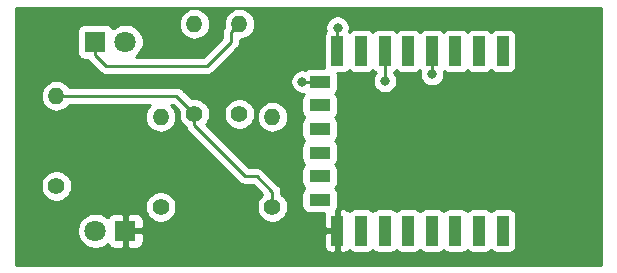
<source format=gbr>
G04 #@! TF.GenerationSoftware,KiCad,Pcbnew,5.1.4+dfsg1-1~bpo10+1*
G04 #@! TF.CreationDate,2022-08-06T21:23:58+05:30*
G04 #@! TF.ProjectId,esp2s,65737032-732e-46b6-9963-61645f706362,rev?*
G04 #@! TF.SameCoordinates,Original*
G04 #@! TF.FileFunction,Copper,L1,Top*
G04 #@! TF.FilePolarity,Positive*
%FSLAX46Y46*%
G04 Gerber Fmt 4.6, Leading zero omitted, Abs format (unit mm)*
G04 Created by KiCad (PCBNEW 5.1.4+dfsg1-1~bpo10+1) date 2022-08-06 21:23:58*
%MOMM*%
%LPD*%
G04 APERTURE LIST*
%ADD10R,1.000000X2.500000*%
%ADD11R,1.800000X1.000000*%
%ADD12O,1.400000X1.400000*%
%ADD13C,1.400000*%
%ADD14C,1.800000*%
%ADD15R,1.800000X1.800000*%
%ADD16C,0.800000*%
%ADD17C,0.250000*%
%ADD18C,0.254000*%
G04 APERTURE END LIST*
D10*
X112974000Y-62718000D03*
X110974000Y-62718000D03*
X108974000Y-62718000D03*
X106974000Y-62718000D03*
X104974000Y-62718000D03*
X102974000Y-62718000D03*
X100974000Y-62718000D03*
X98974000Y-62718000D03*
D11*
X97474000Y-60118000D03*
X97474000Y-58118000D03*
X97474000Y-56118000D03*
X97474000Y-54118000D03*
X97474000Y-52118000D03*
X97474000Y-50118000D03*
D10*
X98974000Y-47518000D03*
X100974000Y-47518000D03*
X102974000Y-47518000D03*
X104974000Y-47518000D03*
X106974000Y-47518000D03*
X108974000Y-47518000D03*
X110974000Y-47518000D03*
X112974000Y-47518000D03*
D12*
X93472000Y-53086000D03*
D13*
X93472000Y-60706000D03*
D12*
X75184000Y-51308000D03*
D13*
X75184000Y-58928000D03*
D12*
X90678000Y-45212000D03*
D13*
X90678000Y-52832000D03*
D12*
X86868000Y-45212000D03*
D13*
X86868000Y-52832000D03*
D12*
X84010500Y-53086000D03*
D13*
X84010500Y-60706000D03*
D14*
X81026000Y-46736000D03*
D15*
X78486000Y-46736000D03*
D14*
X78486000Y-62738000D03*
D15*
X81026000Y-62738000D03*
D16*
X106997500Y-49466500D03*
X96012000Y-50101500D03*
X98996500Y-45529500D03*
X102997000Y-50038000D03*
D17*
X106974000Y-47518000D02*
X106974000Y-49443000D01*
X106974000Y-49443000D02*
X106997500Y-49466500D01*
X78486000Y-47886000D02*
X78486000Y-46736000D01*
X79368000Y-48768000D02*
X78486000Y-47886000D01*
X87947500Y-48768000D02*
X79368000Y-48768000D01*
X89978001Y-46737499D02*
X87947500Y-48768000D01*
X89978001Y-45911999D02*
X89978001Y-46737499D01*
X90678000Y-45212000D02*
X89978001Y-45911999D01*
X97474000Y-50118000D02*
X96028500Y-50118000D01*
X96028500Y-50118000D02*
X96012000Y-50101500D01*
X98974000Y-47518000D02*
X98974000Y-45552000D01*
X98974000Y-45552000D02*
X98996500Y-45529500D01*
X86868000Y-53821949D02*
X91148551Y-58102500D01*
X86868000Y-52832000D02*
X86868000Y-53821949D01*
X91148551Y-58102500D02*
X92138500Y-58102500D01*
X93472000Y-59436000D02*
X93472000Y-60706000D01*
X92138500Y-58102500D02*
X93472000Y-59436000D01*
X85344000Y-51308000D02*
X86868000Y-52832000D01*
X75184000Y-51308000D02*
X85344000Y-51308000D01*
X102997000Y-47541000D02*
X102974000Y-47518000D01*
X102997000Y-50038000D02*
X102997000Y-47541000D01*
D18*
G36*
X121260000Y-65634000D02*
G01*
X71780000Y-65634000D01*
X71780000Y-62586816D01*
X76951000Y-62586816D01*
X76951000Y-62889184D01*
X77009989Y-63185743D01*
X77125701Y-63465095D01*
X77293688Y-63716505D01*
X77507495Y-63930312D01*
X77758905Y-64098299D01*
X78038257Y-64214011D01*
X78334816Y-64273000D01*
X78637184Y-64273000D01*
X78933743Y-64214011D01*
X79213095Y-64098299D01*
X79464505Y-63930312D01*
X79530944Y-63863873D01*
X79536498Y-63882180D01*
X79595463Y-63992494D01*
X79674815Y-64089185D01*
X79771506Y-64168537D01*
X79881820Y-64227502D01*
X80001518Y-64263812D01*
X80126000Y-64276072D01*
X80740250Y-64273000D01*
X80899000Y-64114250D01*
X80899000Y-62865000D01*
X81153000Y-62865000D01*
X81153000Y-64114250D01*
X81311750Y-64273000D01*
X81926000Y-64276072D01*
X82050482Y-64263812D01*
X82170180Y-64227502D01*
X82280494Y-64168537D01*
X82377185Y-64089185D01*
X82456537Y-63992494D01*
X82469629Y-63968000D01*
X97835928Y-63968000D01*
X97848188Y-64092482D01*
X97884498Y-64212180D01*
X97943463Y-64322494D01*
X98022815Y-64419185D01*
X98119506Y-64498537D01*
X98229820Y-64557502D01*
X98349518Y-64593812D01*
X98474000Y-64606072D01*
X98688250Y-64603000D01*
X98847000Y-64444250D01*
X98847000Y-62845000D01*
X97997750Y-62845000D01*
X97839000Y-63003750D01*
X97835928Y-63968000D01*
X82469629Y-63968000D01*
X82515502Y-63882180D01*
X82551812Y-63762482D01*
X82564072Y-63638000D01*
X82561000Y-63023750D01*
X82402250Y-62865000D01*
X81153000Y-62865000D01*
X80899000Y-62865000D01*
X80879000Y-62865000D01*
X80879000Y-62611000D01*
X80899000Y-62611000D01*
X80899000Y-61361750D01*
X81153000Y-61361750D01*
X81153000Y-62611000D01*
X82402250Y-62611000D01*
X82561000Y-62452250D01*
X82564072Y-61838000D01*
X82551812Y-61713518D01*
X82515502Y-61593820D01*
X82456537Y-61483506D01*
X82377185Y-61386815D01*
X82280494Y-61307463D01*
X82170180Y-61248498D01*
X82050482Y-61212188D01*
X81926000Y-61199928D01*
X81311750Y-61203000D01*
X81153000Y-61361750D01*
X80899000Y-61361750D01*
X80740250Y-61203000D01*
X80126000Y-61199928D01*
X80001518Y-61212188D01*
X79881820Y-61248498D01*
X79771506Y-61307463D01*
X79674815Y-61386815D01*
X79595463Y-61483506D01*
X79536498Y-61593820D01*
X79530944Y-61612127D01*
X79464505Y-61545688D01*
X79213095Y-61377701D01*
X78933743Y-61261989D01*
X78637184Y-61203000D01*
X78334816Y-61203000D01*
X78038257Y-61261989D01*
X77758905Y-61377701D01*
X77507495Y-61545688D01*
X77293688Y-61759495D01*
X77125701Y-62010905D01*
X77009989Y-62290257D01*
X76951000Y-62586816D01*
X71780000Y-62586816D01*
X71780000Y-60574514D01*
X82675500Y-60574514D01*
X82675500Y-60837486D01*
X82726804Y-61095405D01*
X82827439Y-61338359D01*
X82973538Y-61557013D01*
X83159487Y-61742962D01*
X83378141Y-61889061D01*
X83621095Y-61989696D01*
X83879014Y-62041000D01*
X84141986Y-62041000D01*
X84399905Y-61989696D01*
X84642859Y-61889061D01*
X84861513Y-61742962D01*
X85047462Y-61557013D01*
X85193561Y-61338359D01*
X85294196Y-61095405D01*
X85345500Y-60837486D01*
X85345500Y-60574514D01*
X85294196Y-60316595D01*
X85193561Y-60073641D01*
X85047462Y-59854987D01*
X84861513Y-59669038D01*
X84642859Y-59522939D01*
X84399905Y-59422304D01*
X84141986Y-59371000D01*
X83879014Y-59371000D01*
X83621095Y-59422304D01*
X83378141Y-59522939D01*
X83159487Y-59669038D01*
X82973538Y-59854987D01*
X82827439Y-60073641D01*
X82726804Y-60316595D01*
X82675500Y-60574514D01*
X71780000Y-60574514D01*
X71780000Y-58796514D01*
X73849000Y-58796514D01*
X73849000Y-59059486D01*
X73900304Y-59317405D01*
X74000939Y-59560359D01*
X74147038Y-59779013D01*
X74332987Y-59964962D01*
X74551641Y-60111061D01*
X74794595Y-60211696D01*
X75052514Y-60263000D01*
X75315486Y-60263000D01*
X75573405Y-60211696D01*
X75816359Y-60111061D01*
X76035013Y-59964962D01*
X76220962Y-59779013D01*
X76367061Y-59560359D01*
X76467696Y-59317405D01*
X76519000Y-59059486D01*
X76519000Y-58796514D01*
X76467696Y-58538595D01*
X76367061Y-58295641D01*
X76220962Y-58076987D01*
X76035013Y-57891038D01*
X75816359Y-57744939D01*
X75573405Y-57644304D01*
X75315486Y-57593000D01*
X75052514Y-57593000D01*
X74794595Y-57644304D01*
X74551641Y-57744939D01*
X74332987Y-57891038D01*
X74147038Y-58076987D01*
X74000939Y-58295641D01*
X73900304Y-58538595D01*
X73849000Y-58796514D01*
X71780000Y-58796514D01*
X71780000Y-51308000D01*
X73842541Y-51308000D01*
X73868317Y-51569706D01*
X73944653Y-51821354D01*
X74068618Y-52053275D01*
X74235445Y-52256555D01*
X74438725Y-52423382D01*
X74670646Y-52547347D01*
X74922294Y-52623683D01*
X75118421Y-52643000D01*
X75249579Y-52643000D01*
X75445706Y-52623683D01*
X75697354Y-52547347D01*
X75929275Y-52423382D01*
X76132555Y-52256555D01*
X76287298Y-52068000D01*
X83146564Y-52068000D01*
X83061945Y-52137445D01*
X82895118Y-52340725D01*
X82771153Y-52572646D01*
X82694817Y-52824294D01*
X82669041Y-53086000D01*
X82694817Y-53347706D01*
X82771153Y-53599354D01*
X82895118Y-53831275D01*
X83061945Y-54034555D01*
X83265225Y-54201382D01*
X83497146Y-54325347D01*
X83748794Y-54401683D01*
X83944921Y-54421000D01*
X84076079Y-54421000D01*
X84272206Y-54401683D01*
X84523854Y-54325347D01*
X84755775Y-54201382D01*
X84959055Y-54034555D01*
X85125882Y-53831275D01*
X85249847Y-53599354D01*
X85326183Y-53347706D01*
X85351959Y-53086000D01*
X85326183Y-52824294D01*
X85249847Y-52572646D01*
X85125882Y-52340725D01*
X84959055Y-52137445D01*
X84874436Y-52068000D01*
X85029199Y-52068000D01*
X85554355Y-52593157D01*
X85533000Y-52700514D01*
X85533000Y-52963486D01*
X85584304Y-53221405D01*
X85684939Y-53464359D01*
X85831038Y-53683013D01*
X86016987Y-53868962D01*
X86115433Y-53934741D01*
X86118998Y-53970934D01*
X86162454Y-54114195D01*
X86233026Y-54246225D01*
X86304201Y-54332951D01*
X86328000Y-54361950D01*
X86356998Y-54385748D01*
X90584751Y-58613502D01*
X90608550Y-58642501D01*
X90724275Y-58737474D01*
X90856304Y-58808046D01*
X90999565Y-58851503D01*
X91111218Y-58862500D01*
X91111227Y-58862500D01*
X91148550Y-58866176D01*
X91185873Y-58862500D01*
X91823699Y-58862500D01*
X92626532Y-59665333D01*
X92620987Y-59669038D01*
X92435038Y-59854987D01*
X92288939Y-60073641D01*
X92188304Y-60316595D01*
X92137000Y-60574514D01*
X92137000Y-60837486D01*
X92188304Y-61095405D01*
X92288939Y-61338359D01*
X92435038Y-61557013D01*
X92620987Y-61742962D01*
X92839641Y-61889061D01*
X93082595Y-61989696D01*
X93340514Y-62041000D01*
X93603486Y-62041000D01*
X93861405Y-61989696D01*
X94104359Y-61889061D01*
X94323013Y-61742962D01*
X94508962Y-61557013D01*
X94655061Y-61338359D01*
X94755696Y-61095405D01*
X94807000Y-60837486D01*
X94807000Y-60574514D01*
X94755696Y-60316595D01*
X94655061Y-60073641D01*
X94508962Y-59854987D01*
X94323013Y-59669038D01*
X94232000Y-59608225D01*
X94232000Y-59473325D01*
X94235676Y-59436000D01*
X94232000Y-59398675D01*
X94232000Y-59398667D01*
X94221003Y-59287014D01*
X94177546Y-59143753D01*
X94106974Y-59011724D01*
X94012001Y-58895999D01*
X93983004Y-58872202D01*
X92702304Y-57591503D01*
X92678501Y-57562499D01*
X92562776Y-57467526D01*
X92430747Y-57396954D01*
X92287486Y-57353497D01*
X92175833Y-57342500D01*
X92175822Y-57342500D01*
X92138500Y-57338824D01*
X92101178Y-57342500D01*
X91463353Y-57342500D01*
X87854414Y-53733561D01*
X87904962Y-53683013D01*
X88051061Y-53464359D01*
X88151696Y-53221405D01*
X88203000Y-52963486D01*
X88203000Y-52700514D01*
X89343000Y-52700514D01*
X89343000Y-52963486D01*
X89394304Y-53221405D01*
X89494939Y-53464359D01*
X89641038Y-53683013D01*
X89826987Y-53868962D01*
X90045641Y-54015061D01*
X90288595Y-54115696D01*
X90546514Y-54167000D01*
X90809486Y-54167000D01*
X91067405Y-54115696D01*
X91310359Y-54015061D01*
X91529013Y-53868962D01*
X91714962Y-53683013D01*
X91861061Y-53464359D01*
X91961696Y-53221405D01*
X91988630Y-53086000D01*
X92130541Y-53086000D01*
X92156317Y-53347706D01*
X92232653Y-53599354D01*
X92356618Y-53831275D01*
X92523445Y-54034555D01*
X92726725Y-54201382D01*
X92958646Y-54325347D01*
X93210294Y-54401683D01*
X93406421Y-54421000D01*
X93537579Y-54421000D01*
X93733706Y-54401683D01*
X93985354Y-54325347D01*
X94217275Y-54201382D01*
X94420555Y-54034555D01*
X94587382Y-53831275D01*
X94711347Y-53599354D01*
X94787683Y-53347706D01*
X94813459Y-53086000D01*
X94787683Y-52824294D01*
X94711347Y-52572646D01*
X94587382Y-52340725D01*
X94420555Y-52137445D01*
X94217275Y-51970618D01*
X93985354Y-51846653D01*
X93733706Y-51770317D01*
X93537579Y-51751000D01*
X93406421Y-51751000D01*
X93210294Y-51770317D01*
X92958646Y-51846653D01*
X92726725Y-51970618D01*
X92523445Y-52137445D01*
X92356618Y-52340725D01*
X92232653Y-52572646D01*
X92156317Y-52824294D01*
X92130541Y-53086000D01*
X91988630Y-53086000D01*
X92013000Y-52963486D01*
X92013000Y-52700514D01*
X91961696Y-52442595D01*
X91861061Y-52199641D01*
X91714962Y-51980987D01*
X91529013Y-51795038D01*
X91310359Y-51648939D01*
X91067405Y-51548304D01*
X90809486Y-51497000D01*
X90546514Y-51497000D01*
X90288595Y-51548304D01*
X90045641Y-51648939D01*
X89826987Y-51795038D01*
X89641038Y-51980987D01*
X89494939Y-52199641D01*
X89394304Y-52442595D01*
X89343000Y-52700514D01*
X88203000Y-52700514D01*
X88151696Y-52442595D01*
X88051061Y-52199641D01*
X87904962Y-51980987D01*
X87719013Y-51795038D01*
X87500359Y-51648939D01*
X87257405Y-51548304D01*
X86999486Y-51497000D01*
X86736514Y-51497000D01*
X86629157Y-51518355D01*
X85907803Y-50797002D01*
X85884001Y-50767999D01*
X85768276Y-50673026D01*
X85636247Y-50602454D01*
X85492986Y-50558997D01*
X85381333Y-50548000D01*
X85381322Y-50548000D01*
X85344000Y-50544324D01*
X85306678Y-50548000D01*
X76287298Y-50548000D01*
X76132555Y-50359445D01*
X75929275Y-50192618D01*
X75697354Y-50068653D01*
X75469587Y-49999561D01*
X94977000Y-49999561D01*
X94977000Y-50203439D01*
X95016774Y-50403398D01*
X95094795Y-50591756D01*
X95208063Y-50761274D01*
X95352226Y-50905437D01*
X95521744Y-51018705D01*
X95710102Y-51096726D01*
X95910061Y-51136500D01*
X96113939Y-51136500D01*
X96174411Y-51124471D01*
X96122815Y-51166815D01*
X96043463Y-51263506D01*
X95984498Y-51373820D01*
X95948188Y-51493518D01*
X95935928Y-51618000D01*
X95935928Y-52618000D01*
X95948188Y-52742482D01*
X95984498Y-52862180D01*
X96043463Y-52972494D01*
X96122815Y-53069185D01*
X96182296Y-53118000D01*
X96122815Y-53166815D01*
X96043463Y-53263506D01*
X95984498Y-53373820D01*
X95948188Y-53493518D01*
X95935928Y-53618000D01*
X95935928Y-54618000D01*
X95948188Y-54742482D01*
X95984498Y-54862180D01*
X96043463Y-54972494D01*
X96122815Y-55069185D01*
X96182296Y-55118000D01*
X96122815Y-55166815D01*
X96043463Y-55263506D01*
X95984498Y-55373820D01*
X95948188Y-55493518D01*
X95935928Y-55618000D01*
X95935928Y-56618000D01*
X95948188Y-56742482D01*
X95984498Y-56862180D01*
X96043463Y-56972494D01*
X96122815Y-57069185D01*
X96182296Y-57118000D01*
X96122815Y-57166815D01*
X96043463Y-57263506D01*
X95984498Y-57373820D01*
X95948188Y-57493518D01*
X95935928Y-57618000D01*
X95935928Y-58618000D01*
X95948188Y-58742482D01*
X95984498Y-58862180D01*
X96043463Y-58972494D01*
X96122815Y-59069185D01*
X96182296Y-59118000D01*
X96122815Y-59166815D01*
X96043463Y-59263506D01*
X95984498Y-59373820D01*
X95948188Y-59493518D01*
X95935928Y-59618000D01*
X95935928Y-60618000D01*
X95948188Y-60742482D01*
X95984498Y-60862180D01*
X96043463Y-60972494D01*
X96122815Y-61069185D01*
X96219506Y-61148537D01*
X96329820Y-61207502D01*
X96449518Y-61243812D01*
X96574000Y-61256072D01*
X97874714Y-61256072D01*
X97848188Y-61343518D01*
X97835928Y-61468000D01*
X97839000Y-62432250D01*
X97997750Y-62591000D01*
X98847000Y-62591000D01*
X98847000Y-61042603D01*
X98888734Y-60991750D01*
X99101000Y-60991750D01*
X99101000Y-62591000D01*
X99121000Y-62591000D01*
X99121000Y-62845000D01*
X99101000Y-62845000D01*
X99101000Y-64444250D01*
X99259750Y-64603000D01*
X99474000Y-64606072D01*
X99598482Y-64593812D01*
X99718180Y-64557502D01*
X99828494Y-64498537D01*
X99925185Y-64419185D01*
X99974000Y-64359704D01*
X100022815Y-64419185D01*
X100119506Y-64498537D01*
X100229820Y-64557502D01*
X100349518Y-64593812D01*
X100474000Y-64606072D01*
X101474000Y-64606072D01*
X101598482Y-64593812D01*
X101718180Y-64557502D01*
X101828494Y-64498537D01*
X101925185Y-64419185D01*
X101974000Y-64359704D01*
X102022815Y-64419185D01*
X102119506Y-64498537D01*
X102229820Y-64557502D01*
X102349518Y-64593812D01*
X102474000Y-64606072D01*
X103474000Y-64606072D01*
X103598482Y-64593812D01*
X103718180Y-64557502D01*
X103828494Y-64498537D01*
X103925185Y-64419185D01*
X103974000Y-64359704D01*
X104022815Y-64419185D01*
X104119506Y-64498537D01*
X104229820Y-64557502D01*
X104349518Y-64593812D01*
X104474000Y-64606072D01*
X105474000Y-64606072D01*
X105598482Y-64593812D01*
X105718180Y-64557502D01*
X105828494Y-64498537D01*
X105925185Y-64419185D01*
X105974000Y-64359704D01*
X106022815Y-64419185D01*
X106119506Y-64498537D01*
X106229820Y-64557502D01*
X106349518Y-64593812D01*
X106474000Y-64606072D01*
X107474000Y-64606072D01*
X107598482Y-64593812D01*
X107718180Y-64557502D01*
X107828494Y-64498537D01*
X107925185Y-64419185D01*
X107974000Y-64359704D01*
X108022815Y-64419185D01*
X108119506Y-64498537D01*
X108229820Y-64557502D01*
X108349518Y-64593812D01*
X108474000Y-64606072D01*
X109474000Y-64606072D01*
X109598482Y-64593812D01*
X109718180Y-64557502D01*
X109828494Y-64498537D01*
X109925185Y-64419185D01*
X109974000Y-64359704D01*
X110022815Y-64419185D01*
X110119506Y-64498537D01*
X110229820Y-64557502D01*
X110349518Y-64593812D01*
X110474000Y-64606072D01*
X111474000Y-64606072D01*
X111598482Y-64593812D01*
X111718180Y-64557502D01*
X111828494Y-64498537D01*
X111925185Y-64419185D01*
X111974000Y-64359704D01*
X112022815Y-64419185D01*
X112119506Y-64498537D01*
X112229820Y-64557502D01*
X112349518Y-64593812D01*
X112474000Y-64606072D01*
X113474000Y-64606072D01*
X113598482Y-64593812D01*
X113718180Y-64557502D01*
X113828494Y-64498537D01*
X113925185Y-64419185D01*
X114004537Y-64322494D01*
X114063502Y-64212180D01*
X114099812Y-64092482D01*
X114112072Y-63968000D01*
X114112072Y-61468000D01*
X114099812Y-61343518D01*
X114063502Y-61223820D01*
X114004537Y-61113506D01*
X113925185Y-61016815D01*
X113828494Y-60937463D01*
X113718180Y-60878498D01*
X113598482Y-60842188D01*
X113474000Y-60829928D01*
X112474000Y-60829928D01*
X112349518Y-60842188D01*
X112229820Y-60878498D01*
X112119506Y-60937463D01*
X112022815Y-61016815D01*
X111974000Y-61076296D01*
X111925185Y-61016815D01*
X111828494Y-60937463D01*
X111718180Y-60878498D01*
X111598482Y-60842188D01*
X111474000Y-60829928D01*
X110474000Y-60829928D01*
X110349518Y-60842188D01*
X110229820Y-60878498D01*
X110119506Y-60937463D01*
X110022815Y-61016815D01*
X109974000Y-61076296D01*
X109925185Y-61016815D01*
X109828494Y-60937463D01*
X109718180Y-60878498D01*
X109598482Y-60842188D01*
X109474000Y-60829928D01*
X108474000Y-60829928D01*
X108349518Y-60842188D01*
X108229820Y-60878498D01*
X108119506Y-60937463D01*
X108022815Y-61016815D01*
X107974000Y-61076296D01*
X107925185Y-61016815D01*
X107828494Y-60937463D01*
X107718180Y-60878498D01*
X107598482Y-60842188D01*
X107474000Y-60829928D01*
X106474000Y-60829928D01*
X106349518Y-60842188D01*
X106229820Y-60878498D01*
X106119506Y-60937463D01*
X106022815Y-61016815D01*
X105974000Y-61076296D01*
X105925185Y-61016815D01*
X105828494Y-60937463D01*
X105718180Y-60878498D01*
X105598482Y-60842188D01*
X105474000Y-60829928D01*
X104474000Y-60829928D01*
X104349518Y-60842188D01*
X104229820Y-60878498D01*
X104119506Y-60937463D01*
X104022815Y-61016815D01*
X103974000Y-61076296D01*
X103925185Y-61016815D01*
X103828494Y-60937463D01*
X103718180Y-60878498D01*
X103598482Y-60842188D01*
X103474000Y-60829928D01*
X102474000Y-60829928D01*
X102349518Y-60842188D01*
X102229820Y-60878498D01*
X102119506Y-60937463D01*
X102022815Y-61016815D01*
X101974000Y-61076296D01*
X101925185Y-61016815D01*
X101828494Y-60937463D01*
X101718180Y-60878498D01*
X101598482Y-60842188D01*
X101474000Y-60829928D01*
X100474000Y-60829928D01*
X100349518Y-60842188D01*
X100229820Y-60878498D01*
X100119506Y-60937463D01*
X100022815Y-61016815D01*
X99974000Y-61076296D01*
X99925185Y-61016815D01*
X99828494Y-60937463D01*
X99718180Y-60878498D01*
X99598482Y-60842188D01*
X99474000Y-60829928D01*
X99259750Y-60833000D01*
X99101000Y-60991750D01*
X98888734Y-60991750D01*
X98904537Y-60972494D01*
X98963502Y-60862180D01*
X98999812Y-60742482D01*
X99012072Y-60618000D01*
X99012072Y-59618000D01*
X98999812Y-59493518D01*
X98963502Y-59373820D01*
X98904537Y-59263506D01*
X98825185Y-59166815D01*
X98765704Y-59118000D01*
X98825185Y-59069185D01*
X98904537Y-58972494D01*
X98963502Y-58862180D01*
X98999812Y-58742482D01*
X99012072Y-58618000D01*
X99012072Y-57618000D01*
X98999812Y-57493518D01*
X98963502Y-57373820D01*
X98904537Y-57263506D01*
X98825185Y-57166815D01*
X98765704Y-57118000D01*
X98825185Y-57069185D01*
X98904537Y-56972494D01*
X98963502Y-56862180D01*
X98999812Y-56742482D01*
X99012072Y-56618000D01*
X99012072Y-55618000D01*
X98999812Y-55493518D01*
X98963502Y-55373820D01*
X98904537Y-55263506D01*
X98825185Y-55166815D01*
X98765704Y-55118000D01*
X98825185Y-55069185D01*
X98904537Y-54972494D01*
X98963502Y-54862180D01*
X98999812Y-54742482D01*
X99012072Y-54618000D01*
X99012072Y-53618000D01*
X98999812Y-53493518D01*
X98963502Y-53373820D01*
X98904537Y-53263506D01*
X98825185Y-53166815D01*
X98765704Y-53118000D01*
X98825185Y-53069185D01*
X98904537Y-52972494D01*
X98963502Y-52862180D01*
X98999812Y-52742482D01*
X99012072Y-52618000D01*
X99012072Y-51618000D01*
X98999812Y-51493518D01*
X98963502Y-51373820D01*
X98904537Y-51263506D01*
X98825185Y-51166815D01*
X98765704Y-51118000D01*
X98825185Y-51069185D01*
X98904537Y-50972494D01*
X98963502Y-50862180D01*
X98999812Y-50742482D01*
X99012072Y-50618000D01*
X99012072Y-49618000D01*
X98999812Y-49493518D01*
X98973286Y-49406072D01*
X99474000Y-49406072D01*
X99598482Y-49393812D01*
X99718180Y-49357502D01*
X99828494Y-49298537D01*
X99925185Y-49219185D01*
X99974000Y-49159704D01*
X100022815Y-49219185D01*
X100119506Y-49298537D01*
X100229820Y-49357502D01*
X100349518Y-49393812D01*
X100474000Y-49406072D01*
X101474000Y-49406072D01*
X101598482Y-49393812D01*
X101718180Y-49357502D01*
X101828494Y-49298537D01*
X101925185Y-49219185D01*
X101974000Y-49159704D01*
X102022815Y-49219185D01*
X102119506Y-49298537D01*
X102219372Y-49351917D01*
X102193063Y-49378226D01*
X102079795Y-49547744D01*
X102001774Y-49736102D01*
X101962000Y-49936061D01*
X101962000Y-50139939D01*
X102001774Y-50339898D01*
X102079795Y-50528256D01*
X102193063Y-50697774D01*
X102337226Y-50841937D01*
X102506744Y-50955205D01*
X102695102Y-51033226D01*
X102895061Y-51073000D01*
X103098939Y-51073000D01*
X103298898Y-51033226D01*
X103487256Y-50955205D01*
X103656774Y-50841937D01*
X103800937Y-50697774D01*
X103914205Y-50528256D01*
X103992226Y-50339898D01*
X104032000Y-50139939D01*
X104032000Y-49936061D01*
X103992226Y-49736102D01*
X103914205Y-49547744D01*
X103800937Y-49378226D01*
X103758605Y-49335894D01*
X103828494Y-49298537D01*
X103925185Y-49219185D01*
X103974000Y-49159704D01*
X104022815Y-49219185D01*
X104119506Y-49298537D01*
X104229820Y-49357502D01*
X104349518Y-49393812D01*
X104474000Y-49406072D01*
X105474000Y-49406072D01*
X105598482Y-49393812D01*
X105718180Y-49357502D01*
X105828494Y-49298537D01*
X105925185Y-49219185D01*
X105974000Y-49159704D01*
X105997542Y-49188390D01*
X105962500Y-49364561D01*
X105962500Y-49568439D01*
X106002274Y-49768398D01*
X106080295Y-49956756D01*
X106193563Y-50126274D01*
X106337726Y-50270437D01*
X106507244Y-50383705D01*
X106695602Y-50461726D01*
X106895561Y-50501500D01*
X107099439Y-50501500D01*
X107299398Y-50461726D01*
X107487756Y-50383705D01*
X107657274Y-50270437D01*
X107801437Y-50126274D01*
X107914705Y-49956756D01*
X107992726Y-49768398D01*
X108032500Y-49568439D01*
X108032500Y-49364561D01*
X107997431Y-49188254D01*
X108022815Y-49219185D01*
X108119506Y-49298537D01*
X108229820Y-49357502D01*
X108349518Y-49393812D01*
X108474000Y-49406072D01*
X109474000Y-49406072D01*
X109598482Y-49393812D01*
X109718180Y-49357502D01*
X109828494Y-49298537D01*
X109925185Y-49219185D01*
X109974000Y-49159704D01*
X110022815Y-49219185D01*
X110119506Y-49298537D01*
X110229820Y-49357502D01*
X110349518Y-49393812D01*
X110474000Y-49406072D01*
X111474000Y-49406072D01*
X111598482Y-49393812D01*
X111718180Y-49357502D01*
X111828494Y-49298537D01*
X111925185Y-49219185D01*
X111974000Y-49159704D01*
X112022815Y-49219185D01*
X112119506Y-49298537D01*
X112229820Y-49357502D01*
X112349518Y-49393812D01*
X112474000Y-49406072D01*
X113474000Y-49406072D01*
X113598482Y-49393812D01*
X113718180Y-49357502D01*
X113828494Y-49298537D01*
X113925185Y-49219185D01*
X114004537Y-49122494D01*
X114063502Y-49012180D01*
X114099812Y-48892482D01*
X114112072Y-48768000D01*
X114112072Y-46268000D01*
X114099812Y-46143518D01*
X114063502Y-46023820D01*
X114004537Y-45913506D01*
X113925185Y-45816815D01*
X113828494Y-45737463D01*
X113718180Y-45678498D01*
X113598482Y-45642188D01*
X113474000Y-45629928D01*
X112474000Y-45629928D01*
X112349518Y-45642188D01*
X112229820Y-45678498D01*
X112119506Y-45737463D01*
X112022815Y-45816815D01*
X111974000Y-45876296D01*
X111925185Y-45816815D01*
X111828494Y-45737463D01*
X111718180Y-45678498D01*
X111598482Y-45642188D01*
X111474000Y-45629928D01*
X110474000Y-45629928D01*
X110349518Y-45642188D01*
X110229820Y-45678498D01*
X110119506Y-45737463D01*
X110022815Y-45816815D01*
X109974000Y-45876296D01*
X109925185Y-45816815D01*
X109828494Y-45737463D01*
X109718180Y-45678498D01*
X109598482Y-45642188D01*
X109474000Y-45629928D01*
X108474000Y-45629928D01*
X108349518Y-45642188D01*
X108229820Y-45678498D01*
X108119506Y-45737463D01*
X108022815Y-45816815D01*
X107974000Y-45876296D01*
X107925185Y-45816815D01*
X107828494Y-45737463D01*
X107718180Y-45678498D01*
X107598482Y-45642188D01*
X107474000Y-45629928D01*
X106474000Y-45629928D01*
X106349518Y-45642188D01*
X106229820Y-45678498D01*
X106119506Y-45737463D01*
X106022815Y-45816815D01*
X105974000Y-45876296D01*
X105925185Y-45816815D01*
X105828494Y-45737463D01*
X105718180Y-45678498D01*
X105598482Y-45642188D01*
X105474000Y-45629928D01*
X104474000Y-45629928D01*
X104349518Y-45642188D01*
X104229820Y-45678498D01*
X104119506Y-45737463D01*
X104022815Y-45816815D01*
X103974000Y-45876296D01*
X103925185Y-45816815D01*
X103828494Y-45737463D01*
X103718180Y-45678498D01*
X103598482Y-45642188D01*
X103474000Y-45629928D01*
X102474000Y-45629928D01*
X102349518Y-45642188D01*
X102229820Y-45678498D01*
X102119506Y-45737463D01*
X102022815Y-45816815D01*
X101974000Y-45876296D01*
X101925185Y-45816815D01*
X101828494Y-45737463D01*
X101718180Y-45678498D01*
X101598482Y-45642188D01*
X101474000Y-45629928D01*
X100474000Y-45629928D01*
X100349518Y-45642188D01*
X100229820Y-45678498D01*
X100119506Y-45737463D01*
X100022815Y-45816815D01*
X99974000Y-45876296D01*
X99973421Y-45875591D01*
X99991726Y-45831398D01*
X100031500Y-45631439D01*
X100031500Y-45427561D01*
X99991726Y-45227602D01*
X99913705Y-45039244D01*
X99800437Y-44869726D01*
X99656274Y-44725563D01*
X99486756Y-44612295D01*
X99298398Y-44534274D01*
X99098439Y-44494500D01*
X98894561Y-44494500D01*
X98694602Y-44534274D01*
X98506244Y-44612295D01*
X98336726Y-44725563D01*
X98192563Y-44869726D01*
X98079295Y-45039244D01*
X98001274Y-45227602D01*
X97961500Y-45427561D01*
X97961500Y-45631439D01*
X98001274Y-45831398D01*
X98004485Y-45839150D01*
X97943463Y-45913506D01*
X97884498Y-46023820D01*
X97848188Y-46143518D01*
X97835928Y-46268000D01*
X97835928Y-48768000D01*
X97848188Y-48892482D01*
X97874714Y-48979928D01*
X96574000Y-48979928D01*
X96449518Y-48992188D01*
X96329820Y-49028498D01*
X96219506Y-49087463D01*
X96219471Y-49087492D01*
X96113939Y-49066500D01*
X95910061Y-49066500D01*
X95710102Y-49106274D01*
X95521744Y-49184295D01*
X95352226Y-49297563D01*
X95208063Y-49441726D01*
X95094795Y-49611244D01*
X95016774Y-49799602D01*
X94977000Y-49999561D01*
X75469587Y-49999561D01*
X75445706Y-49992317D01*
X75249579Y-49973000D01*
X75118421Y-49973000D01*
X74922294Y-49992317D01*
X74670646Y-50068653D01*
X74438725Y-50192618D01*
X74235445Y-50359445D01*
X74068618Y-50562725D01*
X73944653Y-50794646D01*
X73868317Y-51046294D01*
X73842541Y-51308000D01*
X71780000Y-51308000D01*
X71780000Y-45836000D01*
X76947928Y-45836000D01*
X76947928Y-47636000D01*
X76960188Y-47760482D01*
X76996498Y-47880180D01*
X77055463Y-47990494D01*
X77134815Y-48087185D01*
X77231506Y-48166537D01*
X77341820Y-48225502D01*
X77461518Y-48261812D01*
X77586000Y-48274072D01*
X77831674Y-48274072D01*
X77851026Y-48310276D01*
X77890871Y-48358826D01*
X77945999Y-48426001D01*
X77975002Y-48449803D01*
X78804201Y-49279003D01*
X78827999Y-49308001D01*
X78943724Y-49402974D01*
X79075753Y-49473546D01*
X79219014Y-49517003D01*
X79330667Y-49528000D01*
X79330676Y-49528000D01*
X79367999Y-49531676D01*
X79405322Y-49528000D01*
X87910178Y-49528000D01*
X87947500Y-49531676D01*
X87984822Y-49528000D01*
X87984833Y-49528000D01*
X88096486Y-49517003D01*
X88239747Y-49473546D01*
X88371776Y-49402974D01*
X88487501Y-49308001D01*
X88511304Y-49278997D01*
X90489004Y-47301298D01*
X90518002Y-47277500D01*
X90560470Y-47225753D01*
X90612975Y-47161776D01*
X90683547Y-47029746D01*
X90721076Y-46906026D01*
X90727004Y-46886485D01*
X90738001Y-46774832D01*
X90738001Y-46774823D01*
X90741677Y-46737500D01*
X90738001Y-46700177D01*
X90738001Y-46547000D01*
X90743579Y-46547000D01*
X90939706Y-46527683D01*
X91191354Y-46451347D01*
X91423275Y-46327382D01*
X91626555Y-46160555D01*
X91793382Y-45957275D01*
X91917347Y-45725354D01*
X91993683Y-45473706D01*
X92019459Y-45212000D01*
X91993683Y-44950294D01*
X91917347Y-44698646D01*
X91793382Y-44466725D01*
X91626555Y-44263445D01*
X91423275Y-44096618D01*
X91191354Y-43972653D01*
X90939706Y-43896317D01*
X90743579Y-43877000D01*
X90612421Y-43877000D01*
X90416294Y-43896317D01*
X90164646Y-43972653D01*
X89932725Y-44096618D01*
X89729445Y-44263445D01*
X89562618Y-44466725D01*
X89438653Y-44698646D01*
X89362317Y-44950294D01*
X89336541Y-45212000D01*
X89361483Y-45465235D01*
X89343027Y-45487723D01*
X89334195Y-45504247D01*
X89272455Y-45619753D01*
X89228998Y-45763014D01*
X89218001Y-45874667D01*
X89218001Y-45874677D01*
X89214325Y-45911999D01*
X89218001Y-45949321D01*
X89218001Y-46422697D01*
X87632699Y-48008000D01*
X81885244Y-48008000D01*
X82004505Y-47928312D01*
X82218312Y-47714505D01*
X82386299Y-47463095D01*
X82502011Y-47183743D01*
X82561000Y-46887184D01*
X82561000Y-46584816D01*
X82502011Y-46288257D01*
X82386299Y-46008905D01*
X82218312Y-45757495D01*
X82004505Y-45543688D01*
X81753095Y-45375701D01*
X81473743Y-45259989D01*
X81232485Y-45212000D01*
X85526541Y-45212000D01*
X85552317Y-45473706D01*
X85628653Y-45725354D01*
X85752618Y-45957275D01*
X85919445Y-46160555D01*
X86122725Y-46327382D01*
X86354646Y-46451347D01*
X86606294Y-46527683D01*
X86802421Y-46547000D01*
X86933579Y-46547000D01*
X87129706Y-46527683D01*
X87381354Y-46451347D01*
X87613275Y-46327382D01*
X87816555Y-46160555D01*
X87983382Y-45957275D01*
X88107347Y-45725354D01*
X88183683Y-45473706D01*
X88209459Y-45212000D01*
X88183683Y-44950294D01*
X88107347Y-44698646D01*
X87983382Y-44466725D01*
X87816555Y-44263445D01*
X87613275Y-44096618D01*
X87381354Y-43972653D01*
X87129706Y-43896317D01*
X86933579Y-43877000D01*
X86802421Y-43877000D01*
X86606294Y-43896317D01*
X86354646Y-43972653D01*
X86122725Y-44096618D01*
X85919445Y-44263445D01*
X85752618Y-44466725D01*
X85628653Y-44698646D01*
X85552317Y-44950294D01*
X85526541Y-45212000D01*
X81232485Y-45212000D01*
X81177184Y-45201000D01*
X80874816Y-45201000D01*
X80578257Y-45259989D01*
X80298905Y-45375701D01*
X80047495Y-45543688D01*
X79981056Y-45610127D01*
X79975502Y-45591820D01*
X79916537Y-45481506D01*
X79837185Y-45384815D01*
X79740494Y-45305463D01*
X79630180Y-45246498D01*
X79510482Y-45210188D01*
X79386000Y-45197928D01*
X77586000Y-45197928D01*
X77461518Y-45210188D01*
X77341820Y-45246498D01*
X77231506Y-45305463D01*
X77134815Y-45384815D01*
X77055463Y-45481506D01*
X76996498Y-45591820D01*
X76960188Y-45711518D01*
X76947928Y-45836000D01*
X71780000Y-45836000D01*
X71780000Y-43840000D01*
X121260001Y-43840000D01*
X121260000Y-65634000D01*
X121260000Y-65634000D01*
G37*
X121260000Y-65634000D02*
X71780000Y-65634000D01*
X71780000Y-62586816D01*
X76951000Y-62586816D01*
X76951000Y-62889184D01*
X77009989Y-63185743D01*
X77125701Y-63465095D01*
X77293688Y-63716505D01*
X77507495Y-63930312D01*
X77758905Y-64098299D01*
X78038257Y-64214011D01*
X78334816Y-64273000D01*
X78637184Y-64273000D01*
X78933743Y-64214011D01*
X79213095Y-64098299D01*
X79464505Y-63930312D01*
X79530944Y-63863873D01*
X79536498Y-63882180D01*
X79595463Y-63992494D01*
X79674815Y-64089185D01*
X79771506Y-64168537D01*
X79881820Y-64227502D01*
X80001518Y-64263812D01*
X80126000Y-64276072D01*
X80740250Y-64273000D01*
X80899000Y-64114250D01*
X80899000Y-62865000D01*
X81153000Y-62865000D01*
X81153000Y-64114250D01*
X81311750Y-64273000D01*
X81926000Y-64276072D01*
X82050482Y-64263812D01*
X82170180Y-64227502D01*
X82280494Y-64168537D01*
X82377185Y-64089185D01*
X82456537Y-63992494D01*
X82469629Y-63968000D01*
X97835928Y-63968000D01*
X97848188Y-64092482D01*
X97884498Y-64212180D01*
X97943463Y-64322494D01*
X98022815Y-64419185D01*
X98119506Y-64498537D01*
X98229820Y-64557502D01*
X98349518Y-64593812D01*
X98474000Y-64606072D01*
X98688250Y-64603000D01*
X98847000Y-64444250D01*
X98847000Y-62845000D01*
X97997750Y-62845000D01*
X97839000Y-63003750D01*
X97835928Y-63968000D01*
X82469629Y-63968000D01*
X82515502Y-63882180D01*
X82551812Y-63762482D01*
X82564072Y-63638000D01*
X82561000Y-63023750D01*
X82402250Y-62865000D01*
X81153000Y-62865000D01*
X80899000Y-62865000D01*
X80879000Y-62865000D01*
X80879000Y-62611000D01*
X80899000Y-62611000D01*
X80899000Y-61361750D01*
X81153000Y-61361750D01*
X81153000Y-62611000D01*
X82402250Y-62611000D01*
X82561000Y-62452250D01*
X82564072Y-61838000D01*
X82551812Y-61713518D01*
X82515502Y-61593820D01*
X82456537Y-61483506D01*
X82377185Y-61386815D01*
X82280494Y-61307463D01*
X82170180Y-61248498D01*
X82050482Y-61212188D01*
X81926000Y-61199928D01*
X81311750Y-61203000D01*
X81153000Y-61361750D01*
X80899000Y-61361750D01*
X80740250Y-61203000D01*
X80126000Y-61199928D01*
X80001518Y-61212188D01*
X79881820Y-61248498D01*
X79771506Y-61307463D01*
X79674815Y-61386815D01*
X79595463Y-61483506D01*
X79536498Y-61593820D01*
X79530944Y-61612127D01*
X79464505Y-61545688D01*
X79213095Y-61377701D01*
X78933743Y-61261989D01*
X78637184Y-61203000D01*
X78334816Y-61203000D01*
X78038257Y-61261989D01*
X77758905Y-61377701D01*
X77507495Y-61545688D01*
X77293688Y-61759495D01*
X77125701Y-62010905D01*
X77009989Y-62290257D01*
X76951000Y-62586816D01*
X71780000Y-62586816D01*
X71780000Y-60574514D01*
X82675500Y-60574514D01*
X82675500Y-60837486D01*
X82726804Y-61095405D01*
X82827439Y-61338359D01*
X82973538Y-61557013D01*
X83159487Y-61742962D01*
X83378141Y-61889061D01*
X83621095Y-61989696D01*
X83879014Y-62041000D01*
X84141986Y-62041000D01*
X84399905Y-61989696D01*
X84642859Y-61889061D01*
X84861513Y-61742962D01*
X85047462Y-61557013D01*
X85193561Y-61338359D01*
X85294196Y-61095405D01*
X85345500Y-60837486D01*
X85345500Y-60574514D01*
X85294196Y-60316595D01*
X85193561Y-60073641D01*
X85047462Y-59854987D01*
X84861513Y-59669038D01*
X84642859Y-59522939D01*
X84399905Y-59422304D01*
X84141986Y-59371000D01*
X83879014Y-59371000D01*
X83621095Y-59422304D01*
X83378141Y-59522939D01*
X83159487Y-59669038D01*
X82973538Y-59854987D01*
X82827439Y-60073641D01*
X82726804Y-60316595D01*
X82675500Y-60574514D01*
X71780000Y-60574514D01*
X71780000Y-58796514D01*
X73849000Y-58796514D01*
X73849000Y-59059486D01*
X73900304Y-59317405D01*
X74000939Y-59560359D01*
X74147038Y-59779013D01*
X74332987Y-59964962D01*
X74551641Y-60111061D01*
X74794595Y-60211696D01*
X75052514Y-60263000D01*
X75315486Y-60263000D01*
X75573405Y-60211696D01*
X75816359Y-60111061D01*
X76035013Y-59964962D01*
X76220962Y-59779013D01*
X76367061Y-59560359D01*
X76467696Y-59317405D01*
X76519000Y-59059486D01*
X76519000Y-58796514D01*
X76467696Y-58538595D01*
X76367061Y-58295641D01*
X76220962Y-58076987D01*
X76035013Y-57891038D01*
X75816359Y-57744939D01*
X75573405Y-57644304D01*
X75315486Y-57593000D01*
X75052514Y-57593000D01*
X74794595Y-57644304D01*
X74551641Y-57744939D01*
X74332987Y-57891038D01*
X74147038Y-58076987D01*
X74000939Y-58295641D01*
X73900304Y-58538595D01*
X73849000Y-58796514D01*
X71780000Y-58796514D01*
X71780000Y-51308000D01*
X73842541Y-51308000D01*
X73868317Y-51569706D01*
X73944653Y-51821354D01*
X74068618Y-52053275D01*
X74235445Y-52256555D01*
X74438725Y-52423382D01*
X74670646Y-52547347D01*
X74922294Y-52623683D01*
X75118421Y-52643000D01*
X75249579Y-52643000D01*
X75445706Y-52623683D01*
X75697354Y-52547347D01*
X75929275Y-52423382D01*
X76132555Y-52256555D01*
X76287298Y-52068000D01*
X83146564Y-52068000D01*
X83061945Y-52137445D01*
X82895118Y-52340725D01*
X82771153Y-52572646D01*
X82694817Y-52824294D01*
X82669041Y-53086000D01*
X82694817Y-53347706D01*
X82771153Y-53599354D01*
X82895118Y-53831275D01*
X83061945Y-54034555D01*
X83265225Y-54201382D01*
X83497146Y-54325347D01*
X83748794Y-54401683D01*
X83944921Y-54421000D01*
X84076079Y-54421000D01*
X84272206Y-54401683D01*
X84523854Y-54325347D01*
X84755775Y-54201382D01*
X84959055Y-54034555D01*
X85125882Y-53831275D01*
X85249847Y-53599354D01*
X85326183Y-53347706D01*
X85351959Y-53086000D01*
X85326183Y-52824294D01*
X85249847Y-52572646D01*
X85125882Y-52340725D01*
X84959055Y-52137445D01*
X84874436Y-52068000D01*
X85029199Y-52068000D01*
X85554355Y-52593157D01*
X85533000Y-52700514D01*
X85533000Y-52963486D01*
X85584304Y-53221405D01*
X85684939Y-53464359D01*
X85831038Y-53683013D01*
X86016987Y-53868962D01*
X86115433Y-53934741D01*
X86118998Y-53970934D01*
X86162454Y-54114195D01*
X86233026Y-54246225D01*
X86304201Y-54332951D01*
X86328000Y-54361950D01*
X86356998Y-54385748D01*
X90584751Y-58613502D01*
X90608550Y-58642501D01*
X90724275Y-58737474D01*
X90856304Y-58808046D01*
X90999565Y-58851503D01*
X91111218Y-58862500D01*
X91111227Y-58862500D01*
X91148550Y-58866176D01*
X91185873Y-58862500D01*
X91823699Y-58862500D01*
X92626532Y-59665333D01*
X92620987Y-59669038D01*
X92435038Y-59854987D01*
X92288939Y-60073641D01*
X92188304Y-60316595D01*
X92137000Y-60574514D01*
X92137000Y-60837486D01*
X92188304Y-61095405D01*
X92288939Y-61338359D01*
X92435038Y-61557013D01*
X92620987Y-61742962D01*
X92839641Y-61889061D01*
X93082595Y-61989696D01*
X93340514Y-62041000D01*
X93603486Y-62041000D01*
X93861405Y-61989696D01*
X94104359Y-61889061D01*
X94323013Y-61742962D01*
X94508962Y-61557013D01*
X94655061Y-61338359D01*
X94755696Y-61095405D01*
X94807000Y-60837486D01*
X94807000Y-60574514D01*
X94755696Y-60316595D01*
X94655061Y-60073641D01*
X94508962Y-59854987D01*
X94323013Y-59669038D01*
X94232000Y-59608225D01*
X94232000Y-59473325D01*
X94235676Y-59436000D01*
X94232000Y-59398675D01*
X94232000Y-59398667D01*
X94221003Y-59287014D01*
X94177546Y-59143753D01*
X94106974Y-59011724D01*
X94012001Y-58895999D01*
X93983004Y-58872202D01*
X92702304Y-57591503D01*
X92678501Y-57562499D01*
X92562776Y-57467526D01*
X92430747Y-57396954D01*
X92287486Y-57353497D01*
X92175833Y-57342500D01*
X92175822Y-57342500D01*
X92138500Y-57338824D01*
X92101178Y-57342500D01*
X91463353Y-57342500D01*
X87854414Y-53733561D01*
X87904962Y-53683013D01*
X88051061Y-53464359D01*
X88151696Y-53221405D01*
X88203000Y-52963486D01*
X88203000Y-52700514D01*
X89343000Y-52700514D01*
X89343000Y-52963486D01*
X89394304Y-53221405D01*
X89494939Y-53464359D01*
X89641038Y-53683013D01*
X89826987Y-53868962D01*
X90045641Y-54015061D01*
X90288595Y-54115696D01*
X90546514Y-54167000D01*
X90809486Y-54167000D01*
X91067405Y-54115696D01*
X91310359Y-54015061D01*
X91529013Y-53868962D01*
X91714962Y-53683013D01*
X91861061Y-53464359D01*
X91961696Y-53221405D01*
X91988630Y-53086000D01*
X92130541Y-53086000D01*
X92156317Y-53347706D01*
X92232653Y-53599354D01*
X92356618Y-53831275D01*
X92523445Y-54034555D01*
X92726725Y-54201382D01*
X92958646Y-54325347D01*
X93210294Y-54401683D01*
X93406421Y-54421000D01*
X93537579Y-54421000D01*
X93733706Y-54401683D01*
X93985354Y-54325347D01*
X94217275Y-54201382D01*
X94420555Y-54034555D01*
X94587382Y-53831275D01*
X94711347Y-53599354D01*
X94787683Y-53347706D01*
X94813459Y-53086000D01*
X94787683Y-52824294D01*
X94711347Y-52572646D01*
X94587382Y-52340725D01*
X94420555Y-52137445D01*
X94217275Y-51970618D01*
X93985354Y-51846653D01*
X93733706Y-51770317D01*
X93537579Y-51751000D01*
X93406421Y-51751000D01*
X93210294Y-51770317D01*
X92958646Y-51846653D01*
X92726725Y-51970618D01*
X92523445Y-52137445D01*
X92356618Y-52340725D01*
X92232653Y-52572646D01*
X92156317Y-52824294D01*
X92130541Y-53086000D01*
X91988630Y-53086000D01*
X92013000Y-52963486D01*
X92013000Y-52700514D01*
X91961696Y-52442595D01*
X91861061Y-52199641D01*
X91714962Y-51980987D01*
X91529013Y-51795038D01*
X91310359Y-51648939D01*
X91067405Y-51548304D01*
X90809486Y-51497000D01*
X90546514Y-51497000D01*
X90288595Y-51548304D01*
X90045641Y-51648939D01*
X89826987Y-51795038D01*
X89641038Y-51980987D01*
X89494939Y-52199641D01*
X89394304Y-52442595D01*
X89343000Y-52700514D01*
X88203000Y-52700514D01*
X88151696Y-52442595D01*
X88051061Y-52199641D01*
X87904962Y-51980987D01*
X87719013Y-51795038D01*
X87500359Y-51648939D01*
X87257405Y-51548304D01*
X86999486Y-51497000D01*
X86736514Y-51497000D01*
X86629157Y-51518355D01*
X85907803Y-50797002D01*
X85884001Y-50767999D01*
X85768276Y-50673026D01*
X85636247Y-50602454D01*
X85492986Y-50558997D01*
X85381333Y-50548000D01*
X85381322Y-50548000D01*
X85344000Y-50544324D01*
X85306678Y-50548000D01*
X76287298Y-50548000D01*
X76132555Y-50359445D01*
X75929275Y-50192618D01*
X75697354Y-50068653D01*
X75469587Y-49999561D01*
X94977000Y-49999561D01*
X94977000Y-50203439D01*
X95016774Y-50403398D01*
X95094795Y-50591756D01*
X95208063Y-50761274D01*
X95352226Y-50905437D01*
X95521744Y-51018705D01*
X95710102Y-51096726D01*
X95910061Y-51136500D01*
X96113939Y-51136500D01*
X96174411Y-51124471D01*
X96122815Y-51166815D01*
X96043463Y-51263506D01*
X95984498Y-51373820D01*
X95948188Y-51493518D01*
X95935928Y-51618000D01*
X95935928Y-52618000D01*
X95948188Y-52742482D01*
X95984498Y-52862180D01*
X96043463Y-52972494D01*
X96122815Y-53069185D01*
X96182296Y-53118000D01*
X96122815Y-53166815D01*
X96043463Y-53263506D01*
X95984498Y-53373820D01*
X95948188Y-53493518D01*
X95935928Y-53618000D01*
X95935928Y-54618000D01*
X95948188Y-54742482D01*
X95984498Y-54862180D01*
X96043463Y-54972494D01*
X96122815Y-55069185D01*
X96182296Y-55118000D01*
X96122815Y-55166815D01*
X96043463Y-55263506D01*
X95984498Y-55373820D01*
X95948188Y-55493518D01*
X95935928Y-55618000D01*
X95935928Y-56618000D01*
X95948188Y-56742482D01*
X95984498Y-56862180D01*
X96043463Y-56972494D01*
X96122815Y-57069185D01*
X96182296Y-57118000D01*
X96122815Y-57166815D01*
X96043463Y-57263506D01*
X95984498Y-57373820D01*
X95948188Y-57493518D01*
X95935928Y-57618000D01*
X95935928Y-58618000D01*
X95948188Y-58742482D01*
X95984498Y-58862180D01*
X96043463Y-58972494D01*
X96122815Y-59069185D01*
X96182296Y-59118000D01*
X96122815Y-59166815D01*
X96043463Y-59263506D01*
X95984498Y-59373820D01*
X95948188Y-59493518D01*
X95935928Y-59618000D01*
X95935928Y-60618000D01*
X95948188Y-60742482D01*
X95984498Y-60862180D01*
X96043463Y-60972494D01*
X96122815Y-61069185D01*
X96219506Y-61148537D01*
X96329820Y-61207502D01*
X96449518Y-61243812D01*
X96574000Y-61256072D01*
X97874714Y-61256072D01*
X97848188Y-61343518D01*
X97835928Y-61468000D01*
X97839000Y-62432250D01*
X97997750Y-62591000D01*
X98847000Y-62591000D01*
X98847000Y-61042603D01*
X98888734Y-60991750D01*
X99101000Y-60991750D01*
X99101000Y-62591000D01*
X99121000Y-62591000D01*
X99121000Y-62845000D01*
X99101000Y-62845000D01*
X99101000Y-64444250D01*
X99259750Y-64603000D01*
X99474000Y-64606072D01*
X99598482Y-64593812D01*
X99718180Y-64557502D01*
X99828494Y-64498537D01*
X99925185Y-64419185D01*
X99974000Y-64359704D01*
X100022815Y-64419185D01*
X100119506Y-64498537D01*
X100229820Y-64557502D01*
X100349518Y-64593812D01*
X100474000Y-64606072D01*
X101474000Y-64606072D01*
X101598482Y-64593812D01*
X101718180Y-64557502D01*
X101828494Y-64498537D01*
X101925185Y-64419185D01*
X101974000Y-64359704D01*
X102022815Y-64419185D01*
X102119506Y-64498537D01*
X102229820Y-64557502D01*
X102349518Y-64593812D01*
X102474000Y-64606072D01*
X103474000Y-64606072D01*
X103598482Y-64593812D01*
X103718180Y-64557502D01*
X103828494Y-64498537D01*
X103925185Y-64419185D01*
X103974000Y-64359704D01*
X104022815Y-64419185D01*
X104119506Y-64498537D01*
X104229820Y-64557502D01*
X104349518Y-64593812D01*
X104474000Y-64606072D01*
X105474000Y-64606072D01*
X105598482Y-64593812D01*
X105718180Y-64557502D01*
X105828494Y-64498537D01*
X105925185Y-64419185D01*
X105974000Y-64359704D01*
X106022815Y-64419185D01*
X106119506Y-64498537D01*
X106229820Y-64557502D01*
X106349518Y-64593812D01*
X106474000Y-64606072D01*
X107474000Y-64606072D01*
X107598482Y-64593812D01*
X107718180Y-64557502D01*
X107828494Y-64498537D01*
X107925185Y-64419185D01*
X107974000Y-64359704D01*
X108022815Y-64419185D01*
X108119506Y-64498537D01*
X108229820Y-64557502D01*
X108349518Y-64593812D01*
X108474000Y-64606072D01*
X109474000Y-64606072D01*
X109598482Y-64593812D01*
X109718180Y-64557502D01*
X109828494Y-64498537D01*
X109925185Y-64419185D01*
X109974000Y-64359704D01*
X110022815Y-64419185D01*
X110119506Y-64498537D01*
X110229820Y-64557502D01*
X110349518Y-64593812D01*
X110474000Y-64606072D01*
X111474000Y-64606072D01*
X111598482Y-64593812D01*
X111718180Y-64557502D01*
X111828494Y-64498537D01*
X111925185Y-64419185D01*
X111974000Y-64359704D01*
X112022815Y-64419185D01*
X112119506Y-64498537D01*
X112229820Y-64557502D01*
X112349518Y-64593812D01*
X112474000Y-64606072D01*
X113474000Y-64606072D01*
X113598482Y-64593812D01*
X113718180Y-64557502D01*
X113828494Y-64498537D01*
X113925185Y-64419185D01*
X114004537Y-64322494D01*
X114063502Y-64212180D01*
X114099812Y-64092482D01*
X114112072Y-63968000D01*
X114112072Y-61468000D01*
X114099812Y-61343518D01*
X114063502Y-61223820D01*
X114004537Y-61113506D01*
X113925185Y-61016815D01*
X113828494Y-60937463D01*
X113718180Y-60878498D01*
X113598482Y-60842188D01*
X113474000Y-60829928D01*
X112474000Y-60829928D01*
X112349518Y-60842188D01*
X112229820Y-60878498D01*
X112119506Y-60937463D01*
X112022815Y-61016815D01*
X111974000Y-61076296D01*
X111925185Y-61016815D01*
X111828494Y-60937463D01*
X111718180Y-60878498D01*
X111598482Y-60842188D01*
X111474000Y-60829928D01*
X110474000Y-60829928D01*
X110349518Y-60842188D01*
X110229820Y-60878498D01*
X110119506Y-60937463D01*
X110022815Y-61016815D01*
X109974000Y-61076296D01*
X109925185Y-61016815D01*
X109828494Y-60937463D01*
X109718180Y-60878498D01*
X109598482Y-60842188D01*
X109474000Y-60829928D01*
X108474000Y-60829928D01*
X108349518Y-60842188D01*
X108229820Y-60878498D01*
X108119506Y-60937463D01*
X108022815Y-61016815D01*
X107974000Y-61076296D01*
X107925185Y-61016815D01*
X107828494Y-60937463D01*
X107718180Y-60878498D01*
X107598482Y-60842188D01*
X107474000Y-60829928D01*
X106474000Y-60829928D01*
X106349518Y-60842188D01*
X106229820Y-60878498D01*
X106119506Y-60937463D01*
X106022815Y-61016815D01*
X105974000Y-61076296D01*
X105925185Y-61016815D01*
X105828494Y-60937463D01*
X105718180Y-60878498D01*
X105598482Y-60842188D01*
X105474000Y-60829928D01*
X104474000Y-60829928D01*
X104349518Y-60842188D01*
X104229820Y-60878498D01*
X104119506Y-60937463D01*
X104022815Y-61016815D01*
X103974000Y-61076296D01*
X103925185Y-61016815D01*
X103828494Y-60937463D01*
X103718180Y-60878498D01*
X103598482Y-60842188D01*
X103474000Y-60829928D01*
X102474000Y-60829928D01*
X102349518Y-60842188D01*
X102229820Y-60878498D01*
X102119506Y-60937463D01*
X102022815Y-61016815D01*
X101974000Y-61076296D01*
X101925185Y-61016815D01*
X101828494Y-60937463D01*
X101718180Y-60878498D01*
X101598482Y-60842188D01*
X101474000Y-60829928D01*
X100474000Y-60829928D01*
X100349518Y-60842188D01*
X100229820Y-60878498D01*
X100119506Y-60937463D01*
X100022815Y-61016815D01*
X99974000Y-61076296D01*
X99925185Y-61016815D01*
X99828494Y-60937463D01*
X99718180Y-60878498D01*
X99598482Y-60842188D01*
X99474000Y-60829928D01*
X99259750Y-60833000D01*
X99101000Y-60991750D01*
X98888734Y-60991750D01*
X98904537Y-60972494D01*
X98963502Y-60862180D01*
X98999812Y-60742482D01*
X99012072Y-60618000D01*
X99012072Y-59618000D01*
X98999812Y-59493518D01*
X98963502Y-59373820D01*
X98904537Y-59263506D01*
X98825185Y-59166815D01*
X98765704Y-59118000D01*
X98825185Y-59069185D01*
X98904537Y-58972494D01*
X98963502Y-58862180D01*
X98999812Y-58742482D01*
X99012072Y-58618000D01*
X99012072Y-57618000D01*
X98999812Y-57493518D01*
X98963502Y-57373820D01*
X98904537Y-57263506D01*
X98825185Y-57166815D01*
X98765704Y-57118000D01*
X98825185Y-57069185D01*
X98904537Y-56972494D01*
X98963502Y-56862180D01*
X98999812Y-56742482D01*
X99012072Y-56618000D01*
X99012072Y-55618000D01*
X98999812Y-55493518D01*
X98963502Y-55373820D01*
X98904537Y-55263506D01*
X98825185Y-55166815D01*
X98765704Y-55118000D01*
X98825185Y-55069185D01*
X98904537Y-54972494D01*
X98963502Y-54862180D01*
X98999812Y-54742482D01*
X99012072Y-54618000D01*
X99012072Y-53618000D01*
X98999812Y-53493518D01*
X98963502Y-53373820D01*
X98904537Y-53263506D01*
X98825185Y-53166815D01*
X98765704Y-53118000D01*
X98825185Y-53069185D01*
X98904537Y-52972494D01*
X98963502Y-52862180D01*
X98999812Y-52742482D01*
X99012072Y-52618000D01*
X99012072Y-51618000D01*
X98999812Y-51493518D01*
X98963502Y-51373820D01*
X98904537Y-51263506D01*
X98825185Y-51166815D01*
X98765704Y-51118000D01*
X98825185Y-51069185D01*
X98904537Y-50972494D01*
X98963502Y-50862180D01*
X98999812Y-50742482D01*
X99012072Y-50618000D01*
X99012072Y-49618000D01*
X98999812Y-49493518D01*
X98973286Y-49406072D01*
X99474000Y-49406072D01*
X99598482Y-49393812D01*
X99718180Y-49357502D01*
X99828494Y-49298537D01*
X99925185Y-49219185D01*
X99974000Y-49159704D01*
X100022815Y-49219185D01*
X100119506Y-49298537D01*
X100229820Y-49357502D01*
X100349518Y-49393812D01*
X100474000Y-49406072D01*
X101474000Y-49406072D01*
X101598482Y-49393812D01*
X101718180Y-49357502D01*
X101828494Y-49298537D01*
X101925185Y-49219185D01*
X101974000Y-49159704D01*
X102022815Y-49219185D01*
X102119506Y-49298537D01*
X102219372Y-49351917D01*
X102193063Y-49378226D01*
X102079795Y-49547744D01*
X102001774Y-49736102D01*
X101962000Y-49936061D01*
X101962000Y-50139939D01*
X102001774Y-50339898D01*
X102079795Y-50528256D01*
X102193063Y-50697774D01*
X102337226Y-50841937D01*
X102506744Y-50955205D01*
X102695102Y-51033226D01*
X102895061Y-51073000D01*
X103098939Y-51073000D01*
X103298898Y-51033226D01*
X103487256Y-50955205D01*
X103656774Y-50841937D01*
X103800937Y-50697774D01*
X103914205Y-50528256D01*
X103992226Y-50339898D01*
X104032000Y-50139939D01*
X104032000Y-49936061D01*
X103992226Y-49736102D01*
X103914205Y-49547744D01*
X103800937Y-49378226D01*
X103758605Y-49335894D01*
X103828494Y-49298537D01*
X103925185Y-49219185D01*
X103974000Y-49159704D01*
X104022815Y-49219185D01*
X104119506Y-49298537D01*
X104229820Y-49357502D01*
X104349518Y-49393812D01*
X104474000Y-49406072D01*
X105474000Y-49406072D01*
X105598482Y-49393812D01*
X105718180Y-49357502D01*
X105828494Y-49298537D01*
X105925185Y-49219185D01*
X105974000Y-49159704D01*
X105997542Y-49188390D01*
X105962500Y-49364561D01*
X105962500Y-49568439D01*
X106002274Y-49768398D01*
X106080295Y-49956756D01*
X106193563Y-50126274D01*
X106337726Y-50270437D01*
X106507244Y-50383705D01*
X106695602Y-50461726D01*
X106895561Y-50501500D01*
X107099439Y-50501500D01*
X107299398Y-50461726D01*
X107487756Y-50383705D01*
X107657274Y-50270437D01*
X107801437Y-50126274D01*
X107914705Y-49956756D01*
X107992726Y-49768398D01*
X108032500Y-49568439D01*
X108032500Y-49364561D01*
X107997431Y-49188254D01*
X108022815Y-49219185D01*
X108119506Y-49298537D01*
X108229820Y-49357502D01*
X108349518Y-49393812D01*
X108474000Y-49406072D01*
X109474000Y-49406072D01*
X109598482Y-49393812D01*
X109718180Y-49357502D01*
X109828494Y-49298537D01*
X109925185Y-49219185D01*
X109974000Y-49159704D01*
X110022815Y-49219185D01*
X110119506Y-49298537D01*
X110229820Y-49357502D01*
X110349518Y-49393812D01*
X110474000Y-49406072D01*
X111474000Y-49406072D01*
X111598482Y-49393812D01*
X111718180Y-49357502D01*
X111828494Y-49298537D01*
X111925185Y-49219185D01*
X111974000Y-49159704D01*
X112022815Y-49219185D01*
X112119506Y-49298537D01*
X112229820Y-49357502D01*
X112349518Y-49393812D01*
X112474000Y-49406072D01*
X113474000Y-49406072D01*
X113598482Y-49393812D01*
X113718180Y-49357502D01*
X113828494Y-49298537D01*
X113925185Y-49219185D01*
X114004537Y-49122494D01*
X114063502Y-49012180D01*
X114099812Y-48892482D01*
X114112072Y-48768000D01*
X114112072Y-46268000D01*
X114099812Y-46143518D01*
X114063502Y-46023820D01*
X114004537Y-45913506D01*
X113925185Y-45816815D01*
X113828494Y-45737463D01*
X113718180Y-45678498D01*
X113598482Y-45642188D01*
X113474000Y-45629928D01*
X112474000Y-45629928D01*
X112349518Y-45642188D01*
X112229820Y-45678498D01*
X112119506Y-45737463D01*
X112022815Y-45816815D01*
X111974000Y-45876296D01*
X111925185Y-45816815D01*
X111828494Y-45737463D01*
X111718180Y-45678498D01*
X111598482Y-45642188D01*
X111474000Y-45629928D01*
X110474000Y-45629928D01*
X110349518Y-45642188D01*
X110229820Y-45678498D01*
X110119506Y-45737463D01*
X110022815Y-45816815D01*
X109974000Y-45876296D01*
X109925185Y-45816815D01*
X109828494Y-45737463D01*
X109718180Y-45678498D01*
X109598482Y-45642188D01*
X109474000Y-45629928D01*
X108474000Y-45629928D01*
X108349518Y-45642188D01*
X108229820Y-45678498D01*
X108119506Y-45737463D01*
X108022815Y-45816815D01*
X107974000Y-45876296D01*
X107925185Y-45816815D01*
X107828494Y-45737463D01*
X107718180Y-45678498D01*
X107598482Y-45642188D01*
X107474000Y-45629928D01*
X106474000Y-45629928D01*
X106349518Y-45642188D01*
X106229820Y-45678498D01*
X106119506Y-45737463D01*
X106022815Y-45816815D01*
X105974000Y-45876296D01*
X105925185Y-45816815D01*
X105828494Y-45737463D01*
X105718180Y-45678498D01*
X105598482Y-45642188D01*
X105474000Y-45629928D01*
X104474000Y-45629928D01*
X104349518Y-45642188D01*
X104229820Y-45678498D01*
X104119506Y-45737463D01*
X104022815Y-45816815D01*
X103974000Y-45876296D01*
X103925185Y-45816815D01*
X103828494Y-45737463D01*
X103718180Y-45678498D01*
X103598482Y-45642188D01*
X103474000Y-45629928D01*
X102474000Y-45629928D01*
X102349518Y-45642188D01*
X102229820Y-45678498D01*
X102119506Y-45737463D01*
X102022815Y-45816815D01*
X101974000Y-45876296D01*
X101925185Y-45816815D01*
X101828494Y-45737463D01*
X101718180Y-45678498D01*
X101598482Y-45642188D01*
X101474000Y-45629928D01*
X100474000Y-45629928D01*
X100349518Y-45642188D01*
X100229820Y-45678498D01*
X100119506Y-45737463D01*
X100022815Y-45816815D01*
X99974000Y-45876296D01*
X99973421Y-45875591D01*
X99991726Y-45831398D01*
X100031500Y-45631439D01*
X100031500Y-45427561D01*
X99991726Y-45227602D01*
X99913705Y-45039244D01*
X99800437Y-44869726D01*
X99656274Y-44725563D01*
X99486756Y-44612295D01*
X99298398Y-44534274D01*
X99098439Y-44494500D01*
X98894561Y-44494500D01*
X98694602Y-44534274D01*
X98506244Y-44612295D01*
X98336726Y-44725563D01*
X98192563Y-44869726D01*
X98079295Y-45039244D01*
X98001274Y-45227602D01*
X97961500Y-45427561D01*
X97961500Y-45631439D01*
X98001274Y-45831398D01*
X98004485Y-45839150D01*
X97943463Y-45913506D01*
X97884498Y-46023820D01*
X97848188Y-46143518D01*
X97835928Y-46268000D01*
X97835928Y-48768000D01*
X97848188Y-48892482D01*
X97874714Y-48979928D01*
X96574000Y-48979928D01*
X96449518Y-48992188D01*
X96329820Y-49028498D01*
X96219506Y-49087463D01*
X96219471Y-49087492D01*
X96113939Y-49066500D01*
X95910061Y-49066500D01*
X95710102Y-49106274D01*
X95521744Y-49184295D01*
X95352226Y-49297563D01*
X95208063Y-49441726D01*
X95094795Y-49611244D01*
X95016774Y-49799602D01*
X94977000Y-49999561D01*
X75469587Y-49999561D01*
X75445706Y-49992317D01*
X75249579Y-49973000D01*
X75118421Y-49973000D01*
X74922294Y-49992317D01*
X74670646Y-50068653D01*
X74438725Y-50192618D01*
X74235445Y-50359445D01*
X74068618Y-50562725D01*
X73944653Y-50794646D01*
X73868317Y-51046294D01*
X73842541Y-51308000D01*
X71780000Y-51308000D01*
X71780000Y-45836000D01*
X76947928Y-45836000D01*
X76947928Y-47636000D01*
X76960188Y-47760482D01*
X76996498Y-47880180D01*
X77055463Y-47990494D01*
X77134815Y-48087185D01*
X77231506Y-48166537D01*
X77341820Y-48225502D01*
X77461518Y-48261812D01*
X77586000Y-48274072D01*
X77831674Y-48274072D01*
X77851026Y-48310276D01*
X77890871Y-48358826D01*
X77945999Y-48426001D01*
X77975002Y-48449803D01*
X78804201Y-49279003D01*
X78827999Y-49308001D01*
X78943724Y-49402974D01*
X79075753Y-49473546D01*
X79219014Y-49517003D01*
X79330667Y-49528000D01*
X79330676Y-49528000D01*
X79367999Y-49531676D01*
X79405322Y-49528000D01*
X87910178Y-49528000D01*
X87947500Y-49531676D01*
X87984822Y-49528000D01*
X87984833Y-49528000D01*
X88096486Y-49517003D01*
X88239747Y-49473546D01*
X88371776Y-49402974D01*
X88487501Y-49308001D01*
X88511304Y-49278997D01*
X90489004Y-47301298D01*
X90518002Y-47277500D01*
X90560470Y-47225753D01*
X90612975Y-47161776D01*
X90683547Y-47029746D01*
X90721076Y-46906026D01*
X90727004Y-46886485D01*
X90738001Y-46774832D01*
X90738001Y-46774823D01*
X90741677Y-46737500D01*
X90738001Y-46700177D01*
X90738001Y-46547000D01*
X90743579Y-46547000D01*
X90939706Y-46527683D01*
X91191354Y-46451347D01*
X91423275Y-46327382D01*
X91626555Y-46160555D01*
X91793382Y-45957275D01*
X91917347Y-45725354D01*
X91993683Y-45473706D01*
X92019459Y-45212000D01*
X91993683Y-44950294D01*
X91917347Y-44698646D01*
X91793382Y-44466725D01*
X91626555Y-44263445D01*
X91423275Y-44096618D01*
X91191354Y-43972653D01*
X90939706Y-43896317D01*
X90743579Y-43877000D01*
X90612421Y-43877000D01*
X90416294Y-43896317D01*
X90164646Y-43972653D01*
X89932725Y-44096618D01*
X89729445Y-44263445D01*
X89562618Y-44466725D01*
X89438653Y-44698646D01*
X89362317Y-44950294D01*
X89336541Y-45212000D01*
X89361483Y-45465235D01*
X89343027Y-45487723D01*
X89334195Y-45504247D01*
X89272455Y-45619753D01*
X89228998Y-45763014D01*
X89218001Y-45874667D01*
X89218001Y-45874677D01*
X89214325Y-45911999D01*
X89218001Y-45949321D01*
X89218001Y-46422697D01*
X87632699Y-48008000D01*
X81885244Y-48008000D01*
X82004505Y-47928312D01*
X82218312Y-47714505D01*
X82386299Y-47463095D01*
X82502011Y-47183743D01*
X82561000Y-46887184D01*
X82561000Y-46584816D01*
X82502011Y-46288257D01*
X82386299Y-46008905D01*
X82218312Y-45757495D01*
X82004505Y-45543688D01*
X81753095Y-45375701D01*
X81473743Y-45259989D01*
X81232485Y-45212000D01*
X85526541Y-45212000D01*
X85552317Y-45473706D01*
X85628653Y-45725354D01*
X85752618Y-45957275D01*
X85919445Y-46160555D01*
X86122725Y-46327382D01*
X86354646Y-46451347D01*
X86606294Y-46527683D01*
X86802421Y-46547000D01*
X86933579Y-46547000D01*
X87129706Y-46527683D01*
X87381354Y-46451347D01*
X87613275Y-46327382D01*
X87816555Y-46160555D01*
X87983382Y-45957275D01*
X88107347Y-45725354D01*
X88183683Y-45473706D01*
X88209459Y-45212000D01*
X88183683Y-44950294D01*
X88107347Y-44698646D01*
X87983382Y-44466725D01*
X87816555Y-44263445D01*
X87613275Y-44096618D01*
X87381354Y-43972653D01*
X87129706Y-43896317D01*
X86933579Y-43877000D01*
X86802421Y-43877000D01*
X86606294Y-43896317D01*
X86354646Y-43972653D01*
X86122725Y-44096618D01*
X85919445Y-44263445D01*
X85752618Y-44466725D01*
X85628653Y-44698646D01*
X85552317Y-44950294D01*
X85526541Y-45212000D01*
X81232485Y-45212000D01*
X81177184Y-45201000D01*
X80874816Y-45201000D01*
X80578257Y-45259989D01*
X80298905Y-45375701D01*
X80047495Y-45543688D01*
X79981056Y-45610127D01*
X79975502Y-45591820D01*
X79916537Y-45481506D01*
X79837185Y-45384815D01*
X79740494Y-45305463D01*
X79630180Y-45246498D01*
X79510482Y-45210188D01*
X79386000Y-45197928D01*
X77586000Y-45197928D01*
X77461518Y-45210188D01*
X77341820Y-45246498D01*
X77231506Y-45305463D01*
X77134815Y-45384815D01*
X77055463Y-45481506D01*
X76996498Y-45591820D01*
X76960188Y-45711518D01*
X76947928Y-45836000D01*
X71780000Y-45836000D01*
X71780000Y-43840000D01*
X121260001Y-43840000D01*
X121260000Y-65634000D01*
M02*

</source>
